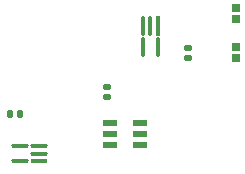
<source format=gtp>
G04*
G04 #@! TF.GenerationSoftware,Altium Limited,Altium Designer,23.10.1 (27)*
G04*
G04 Layer_Color=8421504*
%FSLAX44Y44*%
%MOMM*%
G71*
G04*
G04 #@! TF.SameCoordinates,C98114AB-1D72-469A-8513-8E5B1E3D2C2F*
G04*
G04*
G04 #@! TF.FilePolarity,Positive*
G04*
G01*
G75*
%ADD14R,1.4640X0.3758*%
G04:AMPARAMS|DCode=15|XSize=1.464mm|YSize=0.3758mm|CornerRadius=0.1879mm|HoleSize=0mm|Usage=FLASHONLY|Rotation=180.000|XOffset=0mm|YOffset=0mm|HoleType=Round|Shape=RoundedRectangle|*
%AMROUNDEDRECTD15*
21,1,1.4640,0.0000,0,0,180.0*
21,1,1.0881,0.3758,0,0,180.0*
1,1,0.3758,-0.5441,0.0000*
1,1,0.3758,0.5441,0.0000*
1,1,0.3758,0.5441,0.0000*
1,1,0.3758,-0.5441,0.0000*
%
%ADD15ROUNDEDRECTD15*%
%ADD16R,0.6500X0.7000*%
G04:AMPARAMS|DCode=17|XSize=1.21mm|YSize=0.58mm|CornerRadius=0.0725mm|HoleSize=0mm|Usage=FLASHONLY|Rotation=0.000|XOffset=0mm|YOffset=0mm|HoleType=Round|Shape=RoundedRectangle|*
%AMROUNDEDRECTD17*
21,1,1.2100,0.4350,0,0,0.0*
21,1,1.0650,0.5800,0,0,0.0*
1,1,0.1450,0.5325,-0.2175*
1,1,0.1450,-0.5325,-0.2175*
1,1,0.1450,-0.5325,0.2175*
1,1,0.1450,0.5325,0.2175*
%
%ADD17ROUNDEDRECTD17*%
G04:AMPARAMS|DCode=18|XSize=1.6771mm|YSize=0.4158mm|CornerRadius=0.2079mm|HoleSize=0mm|Usage=FLASHONLY|Rotation=270.000|XOffset=0mm|YOffset=0mm|HoleType=Round|Shape=RoundedRectangle|*
%AMROUNDEDRECTD18*
21,1,1.6771,0.0000,0,0,270.0*
21,1,1.2613,0.4158,0,0,270.0*
1,1,0.4158,0.0000,-0.6306*
1,1,0.4158,0.0000,0.6306*
1,1,0.4158,0.0000,0.6306*
1,1,0.4158,0.0000,-0.6306*
%
%ADD18ROUNDEDRECTD18*%
%ADD19R,0.4158X1.6771*%
G04:AMPARAMS|DCode=20|XSize=0.6mm|YSize=0.54mm|CornerRadius=0.1431mm|HoleSize=0mm|Usage=FLASHONLY|Rotation=0.000|XOffset=0mm|YOffset=0mm|HoleType=Round|Shape=RoundedRectangle|*
%AMROUNDEDRECTD20*
21,1,0.6000,0.2538,0,0,0.0*
21,1,0.3138,0.5400,0,0,0.0*
1,1,0.2862,0.1569,-0.1269*
1,1,0.2862,-0.1569,-0.1269*
1,1,0.2862,-0.1569,0.1269*
1,1,0.2862,0.1569,0.1269*
%
%ADD20ROUNDEDRECTD20*%
G04:AMPARAMS|DCode=21|XSize=0.6mm|YSize=0.54mm|CornerRadius=0.1431mm|HoleSize=0mm|Usage=FLASHONLY|Rotation=270.000|XOffset=0mm|YOffset=0mm|HoleType=Round|Shape=RoundedRectangle|*
%AMROUNDEDRECTD21*
21,1,0.6000,0.2538,0,0,270.0*
21,1,0.3138,0.5400,0,0,270.0*
1,1,0.2862,-0.1269,-0.1569*
1,1,0.2862,-0.1269,0.1569*
1,1,0.2862,0.1269,0.1569*
1,1,0.2862,0.1269,-0.1569*
%
%ADD21ROUNDEDRECTD21*%
D14*
X64662Y32720D02*
D03*
D15*
Y39220D02*
D03*
Y45720D02*
D03*
X48260D02*
D03*
Y32720D02*
D03*
D16*
X231140Y162230D02*
D03*
Y152730D02*
D03*
Y119710D02*
D03*
Y129210D02*
D03*
D17*
X124610Y65380D02*
D03*
Y55880D02*
D03*
Y46380D02*
D03*
X149710Y65380D02*
D03*
Y55880D02*
D03*
Y46380D02*
D03*
D18*
X165100Y129049D02*
D03*
X152100D02*
D03*
Y147320D02*
D03*
X158600D02*
D03*
D19*
X165100D02*
D03*
D20*
X190500Y128760D02*
D03*
Y120160D02*
D03*
X121920Y86886D02*
D03*
Y95486D02*
D03*
D21*
X48242Y72390D02*
D03*
X39642D02*
D03*
M02*

</source>
